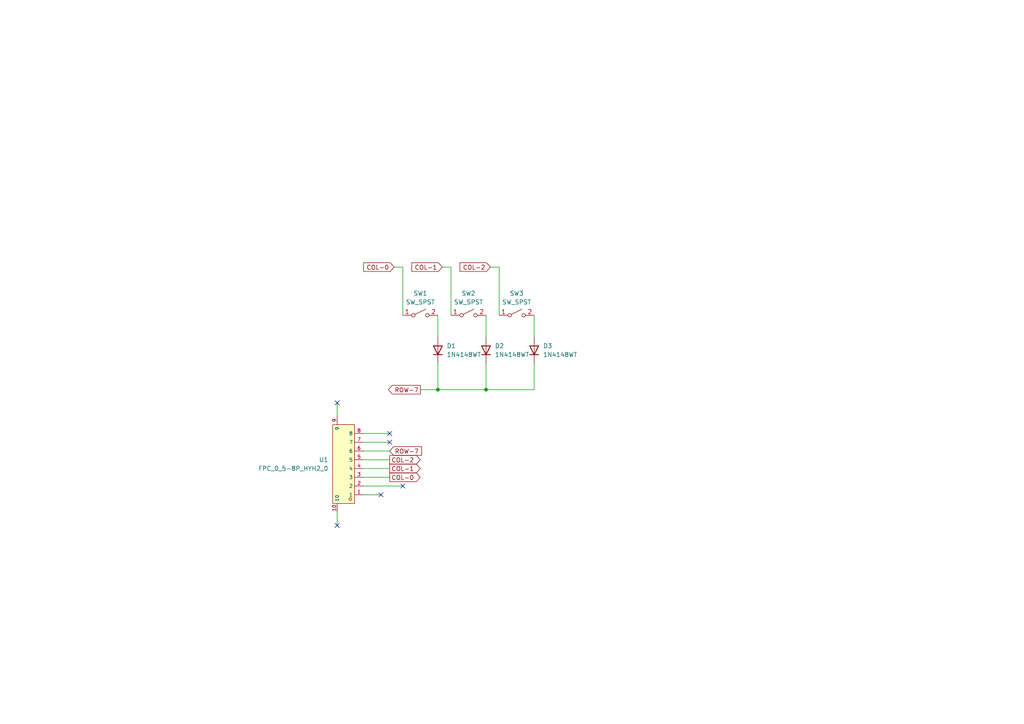
<source format=kicad_sch>
(kicad_sch (version 20231120) (generator "eeschema") (generator_version "8.0")
  (paper "A4")
  (lib_symbols
    (symbol "Diode:1N4148WT" (pin_numbers hide) (pin_names hide)
      (property "Reference" "D" (at 0 2.54 0))
      (property "Value" "1N4148WT" (at 0 -2.54 0))
      (symbol "1N4148WT_0_1"
        (polyline (pts (xy -1.27 1.27) (xy -1.27 -1.27)) (stroke (width 0.254)))
        (polyline (pts (xy 1.27 0) (xy -1.27 0)))
        (polyline (pts (xy 1.27 1.27) (xy 1.27 -1.27) (xy -1.27 0) (xy 1.27 1.27)) (stroke (width 0.254)))
      )
      (symbol "1N4148WT_1_1"
        (pin passive line (at -3.81 0 0) (length 2.54) (name "K") (number "1"))
        (pin passive line (at 3.81 0 180) (length 2.54) (name "A") (number "2"))
      )
    )
    (symbol "MyKicadSymbols:FPC_0_5-8P_HYH2_0"
      (property "Reference" "U" (at 0 1.27 0))
      (property "Value" "FPC_0_5-8P_HYH2_0" (at 0 -2.54 0))
      (symbol "FPC_0_5-8P_HYH2_0_0_1"
        (rectangle (start -1.27 11.43) (end 5.08 -11.43) (fill (type background)))
        (circle (center 0 10.16) (radius 0.381) (fill (type background)))
        (pin unspecified line (at -3.81 8.89 0) (length 2.54) (name "1") (number "1"))
        (pin unspecified line (at 3.81 13.97 270) (length 2.54) (name "10") (number "10"))
        (pin unspecified line (at -3.81 6.35 0) (length 2.54) (name "2") (number "2"))
        (pin unspecified line (at -3.81 3.81 0) (length 2.54) (name "3") (number "3"))
        (pin unspecified line (at -3.81 1.27 0) (length 2.54) (name "4") (number "4"))
        (pin unspecified line (at -3.81 -1.27 0) (length 2.54) (name "5") (number "5"))
        (pin unspecified line (at -3.81 -3.81 0) (length 2.54) (name "6") (number "6"))
        (pin unspecified line (at -3.81 -6.35 0) (length 2.54) (name "7") (number "7"))
        (pin unspecified line (at -3.81 -8.89 0) (length 2.54) (name "8") (number "8"))
        (pin unspecified line (at 3.81 -13.97 90) (length 2.54) (name "9") (number "9"))
      )
    )
    (symbol "Switch:SW_SPST" (pin_names (offset 0) hide)
      (property "Reference" "SW" (at 0 3.175 0))
      (property "Value" "SW_SPST" (at 0 -2.54 0))
      (symbol "SW_SPST_0_0"
        (circle (center -2.032 0) (radius 0.508))
        (polyline (pts (xy -1.524 0.254) (xy 1.524 1.778)))
        (circle (center 2.032 0) (radius 0.508))
      )
      (symbol "SW_SPST_1_1"
        (pin passive line (at -5.08 0 0) (length 2.54) (name "A") (number "1"))
        (pin passive line (at 5.08 0 180) (length 2.54) (name "B") (number "2"))
      )
    )
  )
  (junction (at 140.97 113.03))
  (junction (at 127 113.03))
  (no_connect (at 97.79 116.84))
  (no_connect (at 97.79 152.4))
  (no_connect (at 113.03 125.73))
  (no_connect (at 110.49 143.51))
  (no_connect (at 116.84 140.97))
  (no_connect (at 113.03 128.27))
  (wire (pts (xy 140.97 113.03) (xy 127 113.03)))
  (wire (pts (xy 142.24 77.47) (xy 144.78 77.47)))
  (wire (pts (xy 140.97 105.41) (xy 140.97 113.03)))
  (wire (pts (xy 105.41 125.73) (xy 113.03 125.73)))
  (wire (pts (xy 127 113.03) (xy 121.92 113.03)))
  (wire (pts (xy 97.79 148.59) (xy 97.79 152.4)))
  (wire (pts (xy 154.94 113.03) (xy 140.97 113.03)))
  (wire (pts (xy 105.41 130.81) (xy 113.03 130.81)))
  (wire (pts (xy 140.97 91.44) (xy 140.97 97.79)))
  (wire (pts (xy 105.41 135.89) (xy 113.03 135.89)))
  (wire (pts (xy 128.27 77.47) (xy 130.81 77.47)))
  (wire (pts (xy 154.94 105.41) (xy 154.94 113.03)))
  (wire (pts (xy 105.41 128.27) (xy 113.03 128.27)))
  (wire (pts (xy 144.78 91.44) (xy 144.78 77.47)))
  (wire (pts (xy 116.84 77.47) (xy 114.3 77.47)))
  (wire (pts (xy 127 105.41) (xy 127 113.03)))
  (wire (pts (xy 110.49 143.51) (xy 105.41 143.51)))
  (wire (pts (xy 116.84 91.44) (xy 116.84 77.47)))
  (wire (pts (xy 116.84 140.97) (xy 105.41 140.97)))
  (wire (pts (xy 127 91.44) (xy 127 97.79)))
  (wire (pts (xy 97.79 116.84) (xy 97.79 120.65)))
  (wire (pts (xy 130.81 77.47) (xy 130.81 91.44)))
  (wire (pts (xy 154.94 91.44) (xy 154.94 97.79)))
  (wire (pts (xy 105.41 138.43) (xy 113.03 138.43)))
  (wire (pts (xy 105.41 133.35) (xy 113.03 133.35)))
  (global_label "ROW-7" (shape output) (at 121.92 113.03 180) (property "Intersheetrefs" "${INTERSHEET_REFS}" (effects (hide yes))))
  (global_label "COL-2" (shape output) (at 113.03 133.35 0) (property "Intersheetrefs" "${INTERSHEET_REFS}" (effects (hide yes))))
  (global_label "ROW-7" (shape input) (at 113.03 130.81 0) (property "Intersheetrefs" "${INTERSHEET_REFS}" (effects (hide yes))))
  (global_label "COL-0" (shape input) (at 114.3 77.47 180) (property "Intersheetrefs" "${INTERSHEET_REFS}" (effects (hide yes))))
  (global_label "COL-1" (shape output) (at 113.03 135.89 0) (property "Intersheetrefs" "${INTERSHEET_REFS}" (effects (hide yes))))
  (global_label "COL-0" (shape output) (at 113.03 138.43 0) (property "Intersheetrefs" "${INTERSHEET_REFS}" (effects (hide yes))))
  (global_label "COL-2" (shape input) (at 142.24 77.47 180) (property "Intersheetrefs" "${INTERSHEET_REFS}" (effects (hide yes))))
  (global_label "COL-1" (shape input) (at 128.27 77.47 180) (property "Intersheetrefs" "${INTERSHEET_REFS}" (effects (hide yes))))
  (symbol (lib_id "Switch:SW_SPST") (at 135.89 91.44 0) (unit 1)
    (property "Reference" "SW2" (at 135.89 85.09 0))
    (property "Value" "SW_SPST" (at 135.89 87.63 0))
    (property "Footprint" "keyswitches:Kailh_socket_MX" (effects (hide yes)))
    (property "Description" "Single Pole Single Throw (SPST) switch" (effects (hide yes)))
  )
  (symbol (lib_id "MyKicadSymbols:FPC_0_5-8P_HYH2_0") (at 101.6 134.62 180) (unit 1)
    (property "Reference" "U1" (at 95.25 133.3499 0) (effects (justify left)))
    (property "Value" "FPC_0_5-8P_HYH2_0" (at 95.25 135.8899 0) (effects (justify left)))
    (property "Footprint" "MyKicadFootprints:FPC-SMD_8P-P0.50_8.01A0.008200" (effects (hide yes)))
    (property "Datasheet" "https://img.jlc.com/pdf/applyPasteComponent/2023-06-19/24199D/b41f91c3048a46c7bd673175c5ffc0af/J00000278.pdf" (effects (hide yes)))
    (property "LCSC" "C6364658" (effects (hide yes)))
  )
  (symbol (lib_id "Diode:1N4148WT") (at 140.97 101.6 90) (unit 1)
    (property "Reference" "D2" (at 143.51 100.3299 90) (effects (justify right)))
    (property "Value" "1N4148WT" (at 143.51 102.8699 90) (effects (justify right)))
    (property "Footprint" "Diode_SMD:D_SOD-523" (effects (hide yes)))
    (property "Datasheet" "https://www.diodes.com/assets/Datasheets/ds30396.pdf" (effects (hide yes)))
    (property "Description" "75V 0.15A Fast switching Diode, SOD-523" (effects (hide yes)))
    (property "Sim.Device" "D" (effects (hide yes)))
    (property "Sim.Pins" "1=K 2=A" (effects (hide yes)))
  )
  (symbol (lib_id "Switch:SW_SPST") (at 149.86 91.44 0) (unit 1)
    (property "Reference" "SW3" (at 149.86 85.09 0))
    (property "Value" "SW_SPST" (at 149.86 87.63 0))
    (property "Footprint" "keyswitches:Kailh_socket_MX" (effects (hide yes)))
    (property "Description" "Single Pole Single Throw (SPST) switch" (effects (hide yes)))
  )
  (symbol (lib_id "Diode:1N4148WT") (at 127 101.6 90) (unit 1)
    (property "Reference" "D1" (at 129.54 100.3299 90) (effects (justify right)))
    (property "Value" "1N4148WT" (at 129.54 102.8699 90) (effects (justify right)))
    (property "Footprint" "Diode_SMD:D_SOD-523" (effects (hide yes)))
    (property "Datasheet" "https://www.diodes.com/assets/Datasheets/ds30396.pdf" (effects (hide yes)))
    (property "Description" "75V 0.15A Fast switching Diode, SOD-523" (effects (hide yes)))
    (property "Sim.Device" "D" (effects (hide yes)))
    (property "Sim.Pins" "1=K 2=A" (effects (hide yes)))
  )
  (symbol (lib_id "Diode:1N4148WT") (at 154.94 101.6 90) (unit 1)
    (property "Reference" "D3" (at 157.48 100.3299 90) (effects (justify right)))
    (property "Value" "1N4148WT" (at 157.48 102.8699 90) (effects (justify right)))
    (property "Footprint" "Diode_SMD:D_SOD-523" (effects (hide yes)))
    (property "Datasheet" "https://www.diodes.com/assets/Datasheets/ds30396.pdf" (effects (hide yes)))
    (property "Description" "75V 0.15A Fast switching Diode, SOD-523" (effects (hide yes)))
    (property "Sim.Device" "D" (effects (hide yes)))
    (property "Sim.Pins" "1=K 2=A" (effects (hide yes)))
  )
  (symbol (lib_id "Switch:SW_SPST") (at 121.92 91.44 0) (unit 1)
    (property "Reference" "SW1" (at 121.92 85.09 0))
    (property "Value" "SW_SPST" (at 121.92 87.63 0))
    (property "Footprint" "keyswitches:Kailh_socket_MX" (effects (hide yes)))
    (property "Description" "Single Pole Single Throw (SPST) switch" (effects (hide yes)))
  )
)
</source>
